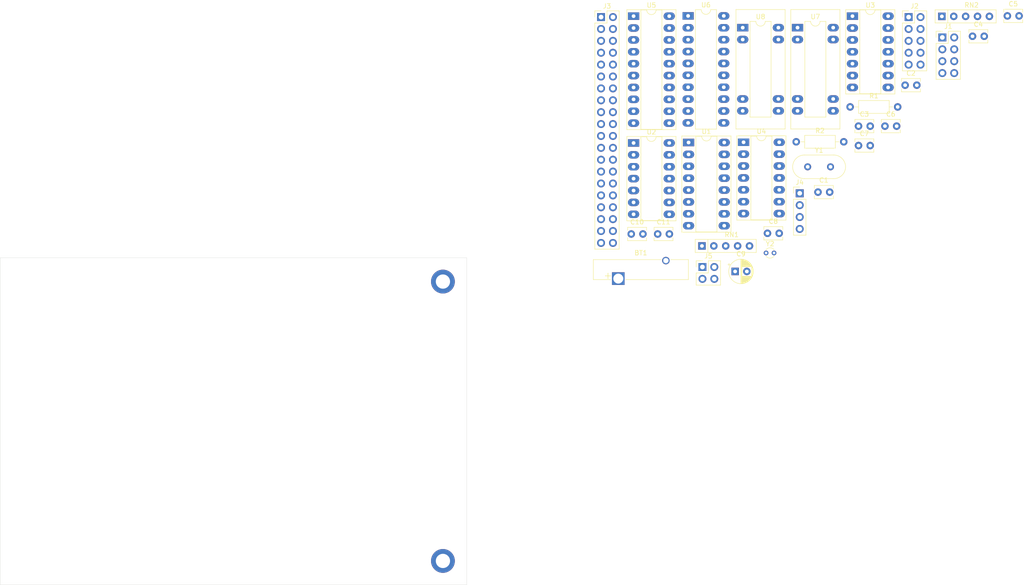
<source format=kicad_pcb>
(kicad_pcb (version 20211014) (generator pcbnew)
  (layers (0 "F.Cu" signal) (31 "B.Cu" signal) (34 "B.Paste" user) (35 "F.Paste" user) (36 "B.SilkS" user "B.Silkscreen") (37 "F.SilkS" user "F.Silkscreen") (38 "B.Mask" user) (39 "F.Mask" user) (44 "Edge.Cuts" user))
  (net 0 "")
  (net 1 "+BATT")
  (net 2 "GND")
  (net 3 "+5V")
  (net 4 "Net-(C10-Pad1)")
  (net 5 "Net-(C11-Pad1)")
  (net 6 "Net-(J1-Pad2)")
  (net 7 "Net-(J1-Pad4)")
  (net 8 "Net-(J1-Pad6)")
  (net 9 "Net-(J1-Pad8)")
  (net 10 "+12V")
  (net 11 "/v1")
  (net 12 "/a01")
  (net 13 "/a00")
  (net 14 "/a03")
  (net 15 "/a02")
  (net 16 "/a05")
  (net 17 "/a04")
  (net 18 "/a07")
  (net 19 "/a06")
  (net 20 "/a09")
  (net 21 "/a08")
  (net 22 "/a11")
  (net 23 "/a10")
  (net 24 "/a13")
  (net 25 "/a12")
  (net 26 "/a15")
  (net 27 "/a14")
  (net 28 "/d01")
  (net 29 "/d00")
  (net 30 "/d03")
  (net 31 "/d02")
  (net 32 "/d05")
  (net 33 "/d04")
  (net 34 "/d07")
  (net 35 "/d06")
  (net 36 "/wr")
  (net 37 "/mreq")
  (net 38 "/rd")
  (net 39 "/iorq")
  (net 40 "/busack")
  (net 41 "/busrq")
  (net 42 "/halt")
  (net 43 "/wait")
  (net 44 "/int")
  (net 45 "/nmi")
  (net 46 "/s1")
  (net 47 "/s0")
  (net 48 "/m1")
  (net 49 "/s2")
  (net 50 "/clk")
  (net 51 "/reset")
  (net 52 "/SDA")
  (net 53 "/SCL")
  (net 54 "/B00")
  (net 55 "/B01")
  (net 56 "Net-(RN2-Pad4)")
  (net 58 "Net-(U1-Pad3)")
  (net 60 "/card_sel")
  (net 62 "Net-(U2-Pad1)")
  (net 64 "Net-(U3-Pad2)")
  (net 65 "Net-(U3-Pad6)")
  (net 66 "/B07")
  (net 67 "/B06")
  (net 68 "/B05")
  (net 69 "/B04")
  (net 70 "/B03")
  (net 71 "/B02")
  (net 73 "Net-(U7-Pad1)")
  (net 74 "Net-(U7-Pad2)")
  (footprint "Resistor_THT:R_Axial_DIN0207_L6.3mm_D2.5mm_P10.16mm_Horizontal" (layer "F.Cu") (at 210.105 64.75)
    (fp_text reference "R2" (at 5.08 -2.37) (layer "F.SilkS"))
    (fp_text value "6k8")
    (pad "1" thru_hole circle (at 0 0) (size 1.6 1.6) (drill 0.8) (layers *.Cu *.Mask) (net 52 "/SDA"))
    (pad "2" thru_hole oval (at 10.16 0) (size 1.6 1.6) (drill 0.8) (layers *.Cu *.Mask) (net 3 "+5V"))
  )
  (footprint "Capacitor_THT:C_Disc_D3.8mm_W2.6mm_P2.50mm" (layer "F.Cu") (at 203.965 84.3)
    (fp_text reference "C8" (at 1.25 -2.55) (layer "F.SilkS"))
    (fp_text value "10nF")
    (pad "1" thru_hole circle (at 0 0) (size 1.6 1.6) (drill 0.8) (layers *.Cu *.Mask) (net 3 "+5V"))
    (pad "2" thru_hole circle (at 2.5 0) (size 1.6 1.6) (drill 0.8) (layers *.Cu *.Mask) (net 2 "GND"))
  )
  (footprint "Capacitor_THT:C_Disc_D3.8mm_W2.6mm_P2.50mm" (layer "F.Cu") (at 255.225 37.85)
    (fp_text reference "C5" (at 1.25 -2.55) (layer "F.SilkS"))
    (fp_text value "10nF")
    (pad "1" thru_hole circle (at 0 0) (size 1.6 1.6) (drill 0.8) (layers *.Cu *.Mask) (net 3 "+5V"))
    (pad "2" thru_hole circle (at 2.5 0) (size 1.6 1.6) (drill 0.8) (layers *.Cu *.Mask) (net 2 "GND"))
  )
  (footprint "Capacitor_THT:C_Disc_D3.8mm_W2.6mm_P2.50mm" (layer "F.Cu") (at 247.775 42.2)
    (fp_text reference "C4" (at 1.25 -2.55) (layer "F.SilkS"))
    (fp_text value "10nF")
    (pad "1" thru_hole circle (at 0 0) (size 1.6 1.6) (drill 0.8) (layers *.Cu *.Mask) (net 3 "+5V"))
    (pad "2" thru_hole circle (at 2.5 0) (size 1.6 1.6) (drill 0.8) (layers *.Cu *.Mask) (net 2 "GND"))
  )
  (footprint "Package_DIP:DIP-20_W7.62mm_Socket_LongPads" (layer "F.Cu") (at 175.355 37.9)
    (fp_text reference "U5" (at 3.81 -2.33) (layer "F.SilkS"))
    (fp_text value "74LS245")
    (pad "1" thru_hole rect (at 0 0) (size 2.4 1.6) (drill 0.8) (layers *.Cu *.Mask) (net 38 "/rd"))
    (pad "2" thru_hole oval (at 0 2.54) (size 2.4 1.6) (drill 0.8) (layers *.Cu *.Mask) (net 29 "/d00"))
    (pad "3" thru_hole oval (at 0 5.08) (size 2.4 1.6) (drill 0.8) (layers *.Cu *.Mask) (net 28 "/d01"))
    (pad "4" thru_hole oval (at 0 7.62) (size 2.4 1.6) (drill 0.8) (layers *.Cu *.Mask) (net 31 "/d02"))
    (pad "5" thru_hole oval (at 0 10.16) (size 2.4 1.6) (drill 0.8) (layers *.Cu *.Mask) (net 30 "/d03"))
    (pad "6" thru_hole oval (at 0 12.7) (size 2.4 1.6) (drill 0.8) (layers *.Cu *.Mask) (net 33 "/d04"))
    (pad "7" thru_hole oval (at 0 15.24) (size 2.4 1.6) (drill 0.8) (layers *.Cu *.Mask) (net 32 "/d05"))
    (pad "8" thru_hole oval (at 0 17.78) (size 2.4 1.6) (drill 0.8) (layers *.Cu *.Mask) (net 35 "/d06"))
    (pad "9" thru_hole oval (at 0 20.32) (size 2.4 1.6) (drill 0.8) (layers *.Cu *.Mask) (net 34 "/d07"))
    (pad "10" thru_hole oval (at 0 22.86) (size 2.4 1.6) (drill 0.8) (layers *.Cu *.Mask) (net 2 "GND"))
    (pad "11" thru_hole oval (at 7.62 22.86) (size 2.4 1.6) (drill 0.8) (layers *.Cu *.Mask) (net 66 "/B07"))
    (pad "12" thru_hole oval (at 7.62 20.32) (size 2.4 1.6) (drill 0.8) (layers *.Cu *.Mask) (net 67 "/B06"))
    (pad "13" thru_hole oval (at 7.62 17.78) (size 2.4 1.6) (drill 0.8) (layers *.Cu *.Mask) (net 68 "/B05"))
    (pad "14" thru_hole oval (at 7.62 15.24) (size 2.4 1.6) (drill 0.8) (layers *.Cu *.Mask) (net 69 "/B04"))
    (pad "15" thru_hole oval (at 7.62 12.7) (size 2.4 1.6) (drill 0.8) (layers *.Cu *.Mask) (net 70 "/B03"))
    (pad "16" thru_hole oval (at 7.62 10.16) (size 2.4 1.6) (drill 0.8) (layers *.Cu *.Mask) (net 71 "/B02"))
    (pad "17" thru_hole oval (at 7.62 7.62) (size 2.4 1.6) (drill 0.8) (layers *.Cu *.Mask) (net 55 "/B01"))
    (pad "18" thru_hole oval (at 7.62 5.08) (size 2.4 1.6) (drill 0.8) (layers *.Cu *.Mask) (net 54 "/B00"))
    (pad "19" thru_hole oval (at 7.62 2.54) (size 2.4 1.6) (drill 0.8) (layers *.Cu *.Mask) (net 65 "Net-(U3-Pad6)"))
    (pad "20" thru_hole oval (at 7.62 0) (size 2.4 1.6) (drill 0.8) (layers *.Cu *.Mask) (net 3 "+5V"))
  )
  (footprint "Package_DIP:DIP-14_W7.62mm_Socket_LongPads" (layer "F.Cu") (at 222.125 37.9)
    (fp_text reference "U3" (at 3.81 -2.33) (layer "F.SilkS"))
    (fp_text value "74LS04")
    (pad "1" thru_hole rect (at 0 0) (size 2.4 1.6) (drill 0.8) (layers *.Cu *.Mask) (net 51 "/reset"))
    (pad "2" thru_hole oval (at 0 2.54) (size 2.4 1.6) (drill 0.8) (layers *.Cu *.Mask) (net 64 "Net-(U3-Pad2)"))
    (pad "3" thru_hole oval (at 0 5.08) (size 2.4 1.6) (drill 0.8) (layers *.Cu *.Mask) (net 39 "/iorq"))
    (pad "4" thru_hole oval (at 0 7.62) (size 2.4 1.6) (drill 0.8) (layers *.Cu *.Mask) (net 58 "Net-(U1-Pad3)"))
    (pad "5" thru_hole oval (at 0 10.16) (size 2.4 1.6) (drill 0.8) (layers *.Cu *.Mask) (net 60 "/card_sel"))
    (pad "6" thru_hole oval (at 0 12.7) (size 2.4 1.6) (drill 0.8) (layers *.Cu *.Mask) (net 65 "Net-(U3-Pad6)"))
    (pad "7" thru_hole oval (at 0 15.24) (size 2.4 1.6) (drill 0.8) (layers *.Cu *.Mask) (net 2 "GND"))
    (pad "8" thru_hole oval (at 7.62 15.24) (size 2.4 1.6) (drill 0.8) (layers *.Cu *.Mask))
    (pad "9" thru_hole oval (at 7.62 12.7) (size 2.4 1.6) (drill 0.8) (layers *.Cu *.Mask))
    (pad "10" thru_hole oval (at 7.62 10.16) (size 2.4 1.6) (drill 0.8) (layers *.Cu *.Mask))
    (pad "11" thru_hole oval (at 7.62 7.62) (size 2.4 1.6) (drill 0.8) (layers *.Cu *.Mask))
    (pad "12" thru_hole oval (at 7.62 5.08) (size 2.4 1.6) (drill 0.8) (layers *.Cu *.Mask))
    (pad "13" thru_hole oval (at 7.62 2.54) (size 2.4 1.6) (drill 0.8) (layers *.Cu *.Mask))
    (pad "14" thru_hole oval (at 7.62 0) (size 2.4 1.6) (drill 0.8) (layers *.Cu *.Mask) (net 3 "+5V"))
  )
  (footprint "Capacitor_THT:C_Disc_D3.8mm_W2.6mm_P2.50mm" (layer "F.Cu") (at 180.505 84.45)
    (fp_text reference "C11" (at 1.25 -2.55) (layer "F.SilkS"))
    (fp_text value "33pF")
    (pad "1" thru_hole circle (at 0 0) (size 1.6 1.6) (drill 0.8) (layers *.Cu *.Mask) (net 5 "Net-(C11-Pad1)"))
    (pad "2" thru_hole circle (at 2.5 0) (size 1.6 1.6) (drill 0.8) (layers *.Cu *.Mask) (net 2 "GND"))
  )
  (footprint "Package_DIP:DIP-14_W7.62mm_Socket_LongPads" (layer "F.Cu") (at 175.355 65)
    (fp_text reference "U2" (at 3.81 -2.33) (layer "F.SilkS"))
    (fp_text value "74LS74")
    (pad "1" thru_hole rect (at 0 0) (size 2.4 1.6) (drill 0.8) (layers *.Cu *.Mask) (net 62 "Net-(U2-Pad1)"))
    (pad "2" thru_hole oval (at 0 2.54) (size 2.4 1.6) (drill 0.8) (layers *.Cu *.Mask) (net 3 "+5V"))
    (pad "3" thru_hole oval (at 0 5.08) (size 2.4 1.6) (drill 0.8) (layers *.Cu *.Mask) (net 60 "/card_sel"))
    (pad "4" thru_hole oval (at 0 7.62) (size 2.4 1.6) (drill 0.8) (layers *.Cu *.Mask) (net 3 "+5V"))
    (pad "5" thru_hole oval (at 0 10.16) (size 2.4 1.6) (drill 0.8) (layers *.Cu *.Mask))
    (pad "6" thru_hole oval (at 0 12.7) (size 2.4 1.6) (drill 0.8) (layers *.Cu *.Mask) (net 43 "/wait"))
    (pad "7" thru_hole oval (at 0 15.24) (size 2.4 1.6) (drill 0.8) (layers *.Cu *.Mask) (net 2 "GND"))
    (pad "8" thru_hole oval (at 7.62 15.24) (size 2.4 1.6) (drill 0.8) (layers *.Cu *.Mask))
    (pad "9" thru_hole oval (at 7.62 12.7) (size 2.4 1.6) (drill 0.8) (layers *.Cu *.Mask))
    (pad "10" thru_hole oval (at 7.62 10.16) (size 2.4 1.6) (drill 0.8) (layers *.Cu *.Mask))
    (pad "11" thru_hole oval (at 7.62 7.62) (size 2.4 1.6) (drill 0.8) (layers *.Cu *.Mask))
    (pad "12" thru_hole oval (at 7.62 5.08) (size 2.4 1.6) (drill 0.8) (layers *.Cu *.Mask))
    (pad "13" thru_hole oval (at 7.62 2.54) (size 2.4 1.6) (drill 0.8) (layers *.Cu *.Mask))
    (pad "14" thru_hole oval (at 7.62 0) (size 2.4 1.6) (drill 0.8) (layers *.Cu *.Mask) (net 3 "+5V"))
  )
  (footprint "Crystal:Crystal_HC49-U_Vertical" (layer "F.Cu") (at 212.555 70.1)
    (fp_text reference "Y1" (at 2.44 -3.525) (layer "F.SilkS"))
    (fp_text value "24MHz")
    (pad "1" thru_hole circle (at 0 0) (size 1.5 1.5) (drill 0.8) (layers *.Cu *.Mask) (net 5 "Net-(C11-Pad1)"))
    (pad "2" thru_hole circle (at 4.88 0) (size 1.5 1.5) (drill 0.8) (layers *.Cu *.Mask) (net 4 "Net-(C10-Pad1)"))
  )
  (footprint "Package_DIP:DIP-14_W7.62mm_Socket_LongPads" (layer "F.Cu") (at 198.855 64.85)
    (fp_text reference "U4" (at 3.81 -2.33) (layer "F.SilkS"))
    (fp_text value "74LS08")
    (pad "1" thru_hole rect (at 0 0) (size 2.4 1.6) (drill 0.8) (layers *.Cu *.Mask) (net 51 "/reset"))
    (pad "2" thru_hole oval (at 0 2.54) (size 2.4 1.6) (drill 0.8) (layers *.Cu *.Mask) (net 56 "Net-(RN2-Pad4)"))
    (pad "3" thru_hole oval (at 0 5.08) (size 2.4 1.6) (drill 0.8) (layers *.Cu *.Mask) (net 62 "Net-(U2-Pad1)"))
    (pad "4" thru_hole oval (at 0 7.62) (size 2.4 1.6) (drill 0.8) (layers *.Cu *.Mask))
    (pad "5" thru_hole oval (at 0 10.16) (size 2.4 1.6) (drill 0.8) (layers *.Cu *.Mask))
    (pad "6" thru_hole oval (at 0 12.7) (size 2.4 1.6) (drill 0.8) (layers *.Cu *.Mask))
    (pad "7" thru_hole oval (at 0 15.24) (size 2.4 1.6) (drill 0.8) (layers *.Cu *.Mask) (net 2 "GND"))
    (pad "8" thru_hole oval (at 7.62 15.24) (size 2.4 1.6) (drill 0.8) (layers *.Cu *.Mask))
    (pad "9" thru_hole oval (at 7.62 12.7) (size 2.4 1.6) (drill 0.8) (layers *.Cu *.Mask))
    (pad "10" thru_hole oval (at 7.62 10.16) (size 2.4 1.6) (drill 0.8) (layers *.Cu *.Mask))
    (pad "11" thru_hole oval (at 7.62 7.62) (size 2.4 1.6) (drill 0.8) (layers *.Cu *.Mask))
    (pad "12" thru_hole oval (at 7.62 5.08) (size 2.4 1.6) (drill 0.8) (layers *.Cu *.Mask))
    (pad "13" thru_hole oval (at 7.62 2.54) (size 2.4 1.6) (drill 0.8) (layers *.Cu *.Mask))
    (pad "14" thru_hole oval (at 7.62 0) (size 2.4 1.6) (drill 0.8) (layers *.Cu *.Mask) (net 3 "+5V"))
  )
  (footprint "Resistor_THT:R_Axial_DIN0207_L6.3mm_D2.5mm_P10.16mm_Horizontal" (layer "F.Cu") (at 221.625 57.3)
    (fp_text reference "R1" (at 5.08 -2.37) (layer "F.SilkS"))
    (fp_text value "6k8")
    (pad "1" thru_hole circle (at 0 0) (size 1.6 1.6) (drill 0.8) (layers *.Cu *.Mask) (net 53 "/SCL"))
    (pad "2" thru_hole oval (at 10.16 0) (size 1.6 1.6) (drill 0.8) (layers *.Cu *.Mask) (net 3 "+5V"))
  )
  (footprint "Resistor_THT:R_Array_SIP5" (layer "F.Cu") (at 241.225 37.95)
    (fp_text reference "RN2" (at 6.35 -2.4) (layer "F.SilkS"))
    (fp_text value "4x10k")
    (pad "1" thru_hole rect (at 0 0) (size 1.6 1.6) (drill 0.8) (layers *.Cu *.Mask) (net 3 "+5V"))
    (pad "2" thru_hole oval (at 2.54 0) (size 1.6 1.6) (drill 0.8) (layers *.Cu *.Mask) (net 54 "/B00"))
    (pad "3" thru_hole oval (at 5.08 0) (size 1.6 1.6) (drill 0.8) (layers *.Cu *.Mask) (net 55 "/B01"))
    (pad "4" thru_hole oval (at 7.62 0) (size 1.6 1.6) (drill 0.8) (layers *.Cu *.Mask) (net 56 "Net-(RN2-Pad4)"))
    (pad "5" thru_hole oval (at 10.16 0) (size 1.6 1.6) (drill 0.8) (layers *.Cu *.Mask))
  )
  (footprint "Package_DIP:DIP-8-16_W7.62mm_Socket_LongPads" (layer "F.Cu") (at 210.385 40.36)
    (fp_text reference "U7" (at 3.81 -2.33) (layer "F.SilkS"))
    (fp_text value "DS1307+")
    (pad "1" thru_hole rect (at 0 0) (size 2.4 1.6) (drill 0.8) (layers *.Cu *.Mask) (net 73 "Net-(U7-Pad1)"))
    (pad "2" thru_hole oval (at 0 2.54) (size 2.4 1.6) (drill 0.8) (layers *.Cu *.Mask) (net 74 "Net-(U7-Pad2)"))
    (pad "3" thru_hole oval (at 0 15.24) (size 2.4 1.6) (drill 0.8) (layers *.Cu *.Mask) (net 1 "+BATT"))
    (pad "4" thru_hole oval (at 0 17.78) (size 2.4 1.6) (drill 0.8) (layers *.Cu *.Mask) (net 2 "GND"))
    (pad "5" thru_hole oval (at 7.62 17.78) (size 2.4 1.6) (drill 0.8) (layers *.Cu *.Mask) (net 52 "/SDA"))
    (pad "6" thru_hole oval (at 7.62 15.24) (size 2.4 1.6) (drill 0.8) (layers *.Cu *.Mask) (net 53 "/SCL"))
    (pad "7" thru_hole oval (at 7.62 2.54) (size 2.4 1.6) (drill 0.8) (layers *.Cu *.Mask))
    (pad "8" thru_hole oval (at 7.62 0) (size 2.4 1.6) (drill 0.8) (layers *.Cu *.Mask) (net 3 "+5V"))
  )
  (footprint "Connector_PinHeader_2.54mm:PinHeader_1x04_P2.54mm_Vertical" (layer "F.Cu") (at 210.855 75.75)
    (fp_text reference "J4" (at 0 -2.33) (layer "F.SilkS"))
    (fp_text value "I2C int")
    (pad "1" thru_hole rect (at 0 0) (size 1.7 1.7) (drill 1) (layers *.Cu *.Mask) (net 52 "/SDA"))
    (pad "2" thru_hole oval (at 0 2.54) (size 1.7 1.7) (drill 1) (layers *.Cu *.Mask) (net 3 "+5V"))
    (pad "3" thru_hole oval (at 0 5.08) (size 1.7 1.7) (drill 1) (layers *.Cu *.Mask) (net 53 "/SCL"))
    (pad "4" thru_hole oval (at 0 7.62) (size 1.7 1.7) (drill 1) (layers *.Cu *.Mask) (net 2 "GND"))
  )
  (footprint "Connector_PinHeader_2.54mm:PinHeader_2x04_P2.54mm_Vertical" (layer "F.Cu") (at 241.325 42.45)
    (fp_text reference "J1" (at 1.27 -2.33) (layer "F.SilkS"))
    (fp_text value "card addr")
    (pad "1" thru_hole rect (at 0 0) (size 1.7 1.7) (drill 1) (layers *.Cu *.Mask) (net 2 "GND"))
    (pad "2" thru_hole oval (at 2.54 0) (size 1.7 1.7) (drill 1) (layers *.Cu *.Mask) (net 6 "Net-(J1-Pad2)"))
    (pad "3" thru_hole oval (at 0 2.54) (size 1.7 1.7) (drill 1) (layers *.Cu *.Mask) (net 2 "GND"))
    (pad "4" thru_hole oval (at 2.54 2.54) (size 1.7 1.7) (drill 1) (layers *.Cu *.Mask) (net 7 "Net-(J1-Pad4)"))
    (pad "5" thru_hole oval (at 0 5.08) (size 1.7 1.7) (drill 1) (layers *.Cu *.Mask) (net 2 "GND"))
    (pad "6" thru_hole oval (at 2.54 5.08) (size 1.7 1.7) (drill 1) (layers *.Cu *.Mask) (net 8 "Net-(J1-Pad6)"))
    (pad "7" thru_hole oval (at 0 7.62) (size 1.7 1.7) (drill 1) (layers *.Cu *.Mask) (net 2 "GND"))
    (pad "8" thru_hole oval (at 2.54 7.62) (size 1.7 1.7) (drill 1) (layers *.Cu *.Mask) (net 9 "Net-(J1-Pad8)"))
  )
  (footprint "Capacitor_THT:C_Disc_D3.8mm_W2.6mm_P2.50mm" (layer "F.Cu") (at 223.415 61.4)
    (fp_text reference "C3" (at 1.25 -2.55) (layer "F.SilkS"))
    (fp_text value "10nF")
    (pad "1" thru_hole circle (at 0 0) (size 1.6 1.6) (drill 0.8) (layers *.Cu *.Mask) (net 3 "+5V"))
    (pad "2" thru_hole circle (at 2.5 0) (size 1.6 1.6) (drill 0.8) (layers *.Cu *.Mask) (net 2 "GND"))
  )
  (footprint "Capacitor_THT:C_Disc_D3.8mm_W2.6mm_P2.50mm" (layer "F.Cu") (at 214.755 75.5)
    (fp_text reference "C1" (at 1.25 -2.55) (layer "F.SilkS"))
    (fp_text value "10nF")
    (pad "1" thru_hole circle (at 0 0) (size 1.6 1.6) (drill 0.8) (layers *.Cu *.Mask) (net 3 "+5V"))
    (pad "2" thru_hole circle (at 2.5 0) (size 1.6 1.6) (drill 0.8) (layers *.Cu *.Mask) (net 2 "GND"))
  )
  (footprint "Resistor_THT:R_Array_SIP5" (layer "F.Cu") (at 189.965 87)
    (fp_text reference "RN1" (at 6.35 -2.4) (layer "F.SilkS"))
    (fp_text value "4x10k")
    (pad "1" thru_hole rect (at 0 0) (size 1.6 1.6) (drill 0.8) (layers *.Cu *.Mask) (net 3 "+5V"))
    (pad "2" thru_hole oval (at 2.54 0) (size 1.6 1.6) (drill 0.8) (layers *.Cu *.Mask) (net 6 "Net-(J1-Pad2)"))
    (pad "3" thru_hole oval (at 5.08 0) (size 1.6 1.6) (drill 0.8) (layers *.Cu *.Mask) (net 7 "Net-(J1-Pad4)"))
    (pad "4" thru_hole oval (at 7.62 0) (size 1.6 1.6) (drill 0.8) (layers *.Cu *.Mask) (net 8 "Net-(J1-Pad6)"))
    (pad "5" thru_hole oval (at 10.16 0) (size 1.6 1.6) (drill 0.8) (layers *.Cu *.Mask) (net 9 "Net-(J1-Pad8)"))
  )
  (footprint "Capacitor_THT:CP_Radial_D5.0mm_P2.50mm" (layer "F.Cu") (at 197.054775 92.45)
    (fp_text reference "C9" (at 1.25 -3.75) (layer "F.SilkS"))
    (fp_text value "10uF")
    (pad "1" thru_hole rect (at 0 0) (size 1.6 1.6) (drill 0.8) (layers *.Cu *.Mask) (net 3 "+5V"))
    (pad "2" thru_hole circle (at 2.5 0) (size 1.6 1.6) (drill 0.8) (layers *.Cu *.Mask) (net 2 "GND"))
  )
  (footprint "Capacitor_THT:C_Disc_D3.8mm_W2.6mm_P2.50mm" (layer "F.Cu") (at 223.415 65.55)
    (fp_text reference "C7" (at 1.25 -2.55) (layer "F.SilkS"))
    (fp_text value "10nF")
    (pad "1" thru_hole circle (at 0 0) (size 1.6 1.6) (drill 0.8) (layers *.Cu *.Mask) (net 3 "+5V"))
    (pad "2" thru_hole circle (at 2.5 0) (size 1.6 1.6) (drill 0.8) (layers *.Cu *.Mask) (net 2 "GND"))
  )
  (footprint "Connector_PinHeader_2.54mm:PinHeader_2x05_P2.54mm_Vertical" (layer "F.Cu") (at 234.125 38.1)
    (fp_text reference "J2" (at 1.27 -2.33) (layer "F.SilkS"))
    (fp_text value "Power Bus")
    (pad "1" thru_hole rect (at 0 0) (size 1.7 1.7) (drill 1) (layers *.Cu *.Mask) (net 2 "GND"))
    (pad "2" thru_hole oval (at 2.54 0) (size 1.7 1.7) (drill 1) (layers *.Cu *.Mask) (net 2 "GND"))
    (pad "3" thru_hole oval (at 0 2.54) (size 1.7 1.7) (drill 1) (layers *.Cu *.Mask) (net 3 "+5V"))
    (pad "4" thru_hole oval (at 2.54 2.54) (size 1.7 1.7) (drill 1) (layers *.Cu *.Mask) (net 3 "+5V"))
    (pad "5" thru_hole oval (at 0 5.08) (size 1.7 1.7) (drill 1) (layers *.Cu *.Mask) (net 10 "+12V"))
    (pad "6" thru_hole oval (at 2.54 5.08) (size 1.7 1.7) (drill 1) (layers *.Cu *.Mask) (net 10 "+12V"))
    (pad "7" thru_hole oval (at 0 7.62) (size 1.7 1.7) (drill 1) (layers *.Cu *.Mask) (net 11 "/v1"))
    (pad "8" thru_hole oval (at 2.54 7.62) (size 1.7 1.7) (drill 1) (layers *.Cu *.Mask) (net 11 "/v1"))
    (pad "9" thru_hole oval (at 0 10.16) (size 1.7 1.7) (drill 1) (layers *.Cu *.Mask) (net 2 "GND"))
    (pad "10" thru_hole oval (at 2.54 10.16) (size 1.7 1.7) (drill 1) (layers *.Cu *.Mask) (net 2 "GND"))
  )
  (footprint "Capacitor_THT:C_Disc_D3.8mm_W2.6mm_P2.50mm" (layer "F.Cu") (at 233.375 52.65)
    (fp_text reference "C2" (at 1.25 -2.55) (layer "F.SilkS"))
    (fp_text value "10nF")
    (pad "1" thru_hole circle (at 0 0) (size 1.6 1.6) (drill 0.8) (layers *.Cu *.Mask) (net 3 "+5V"))
    (pad "2" thru_hole circle (at 2.5 0) (size 1.6 1.6) (drill 0.8) (layers *.Cu *.Mask) (net 2 "GND"))
  )
  (footprint "Crystal:Crystal_Round_D1.5mm_Vertical" (layer "F.Cu") (at 203.665 88.5)
    (fp_text reference "Y2" (at 0.85 -1.95) (layer "F.SilkS"))
    (fp_text value "32.768kHz")
    (pad "1" thru_hole circle (at 0 0) (size 1 1) (drill 0.5) (layers *.Cu *.Mask) (net 74 "Net-(U7-Pad2)"))
    (pad "2" thru_hole circle (at 1.7 0) (size 1 1) (drill 0.5) (layers *.Cu *.Mask) (net 73 "Net-(U7-Pad1)"))
  )
  (footprint "Connector_PinHeader_2.54mm:PinHeader_2x20_P2.54mm_Vertical" (layer "F.Cu") (at 168.405 38.1)
    (fp_text reference "J3" (at 1.27 -2.33) (layer "F.SilkS"))
    (fp_text value "Signal Bus")
    (pad "1" thru_hole rect (at 0 0) (size 1.7 1.7) (drill 1) (layers *.Cu *.Mask) (net 12 "/a01"))
    (pad "2" thru_hole oval (at 2.54 0) (size 1.7 1.7) (drill 1) (layers *.Cu *.Mask) (net 13 "/a00"))
    (pad "3" thru_hole oval (at 0 2.54) (size 1.7 1.7) (drill 1) (layers *.Cu *.Mask) (net 14 "/a03"))
    (pad "4" thru_hole oval (at 2.54 2.54) (size 1.7 1.7) (drill 1) (layers *.Cu *.Mask) (net 15 "/a02"))
    (pad "5" thru_hole oval (at 0 5.08) (size 1.7 1.7) (drill 1) (layers *.Cu *.Mask) (net 16 "/a05"))
    (pad "6" thru_hole oval (at 2.54 5.08) (size 1.7 1.7) (drill 1) (layers *.Cu *.Mask) (net 17 "/a04"))
    (pad "7" thru_hole oval (at 0 7.62) (size 1.7 1.7) (drill 1) (layers *.Cu *.Mask) (net 18 "/a07"))
    (pad "8" thru_hole oval (at 2.54 7.62) (size 1.7 1.7) (drill 1) (layers *.Cu *.Mask) (net 19 "/a06"))
    (pad "9" thru_hole oval (at 0 10.16) (size 1.7 1.7) (drill 1) (layers *.Cu *.Mask) (net 20 "/a09"))
    (pad "10" thru_hole oval (at 2.54 10.16) (size 1.7 1.7) (drill 1) (layers *.Cu *.Mask) (net 21 "/a08"))
    (pad "11" thru_hole oval (at 0 12.7) (size 1.7 1.7) (drill 1) (layers *.Cu *.Mask) (net 22 "/a11"))
    (pad "12" thru_hole oval (at 2.54 12.7) (size 1.7 1.7) (drill 1) (layers *.Cu *.Mask) (net 23 "/a10"))
    (pad "13" thru_hole oval (at 0 15.24) (size 1.7 1.7) (drill 1) (layers *.Cu *.Mask) (net 24 "/a13"))
    (pad "14" thru_hole oval (at 2.54 15.24) (size 1.7 1.7) (drill 1) (layers *.Cu *.Mask) (net 25 "/a12"))
    (pad "15" thru_hole oval (at 0 17.78) (size 1.7 1.7) (drill 1) (layers *.Cu *.Mask) (net 26 "/a15"))
    (pad "16" thru_hole oval (at 2.54 17.78) (size 1.7 1.7) (drill 1) (layers *.Cu *.Mask) (net 27 "/a14"))
    (pad "17" thru_hole oval (at 0 20.32) (size 1.7 1.7) (drill 1) (layers *.Cu *.Mask) (net 28 "/d01"))
    (pad "18" thru_hole oval (at 2.54 20.32) (size 1.7 1.7) (drill 1) (layers *.Cu *.Mask) (net 29 "/d00"))
    (pad "19" thru_hole oval (at 0 22.86) (size 1.7 1.7) (drill 1) (layers *.Cu *.Mask) (net 30 "/d03"))
    (pad "20" thru_hole oval (at 2.54 22.86) (size 1.7 1.7) (drill 1) (layers *.Cu *.Mask) (net 31 "/d02"))
    (pad "21" thru_hole oval (at 0 25.4) (size 1.7 1.7) (drill 1) (layers *.Cu *.Mask) (net 32 "/d05"))
    (pad "22" thru_hole oval (at 2.54 25.4) (size 1.7 1.7) (drill 1) (layers *.Cu *.Mask) (net 33 "/d04"))
    (pad "23" thru_hole oval (at 0 27.94) (size 1.7 1.7) (drill 1) (layers *.Cu *.Mask) (net 34 "/d07"))
    (pad "24" thru_hole oval (at 2.54 27.94) (size 1.7 1.7) (drill 1) (layers *.Cu *.Mask) (net 35 "/d06"))
    (pad "25" thru_hole oval (at 0 30.48) (size 1.7 1.7) (drill 1) (layers *.Cu *.Mask) (net 36 "/wr"))
    (pad "26" thru_hole oval (at 2.54 30.48) (size 1.7 1.7) (drill 1) (layers *.Cu *.Mask) (net 37 "/mreq"))
    (pad "27" thru_hole oval (at 0 33.02) (size 1.7 1.7) (drill 1) (layers *.Cu *.Mask) (net 38 "/rd"))
    (pad "28" thru_hole oval (at 2.54 33.02) (size 1.7 1.7) (drill 1) (layers *.Cu *.Mask) (net 39 "/iorq"))
    (pad "29" thru_hole oval (at 0 35.56) (size 1.7 1.7) (drill 1) (layers *.Cu *.Mask) (net 40 "/busack"))
    (pad "30" thru_hole oval (at 2.54 35.56) (size 1.7 1.7) (drill 1) (layers *.Cu *.Mask) (net 41 "/busrq"))
    (pad "31" thru_hole oval (at 0 38.1) (size 1.7 1.7) (drill 1) (layers *.Cu *.Mask) (net 42 "/halt"))
    (pad "32" thru_hole oval (at 2.54 38.1) (size 1.7 1.7) (drill 1) (layers *.Cu *.Mask) (net 43 "/wait"))
    (pad "33" thru_hole oval (at 0 40.64) (size 1.7 1.7) (drill 1) (layers *.Cu *.Mask) (net 44 "/int"))
    (pad "34" thru_hole oval (at 2.54 40.64) (size 1.7 1.7) (drill 1) (layers *.Cu *.Mask) (net 45 "/nmi"))
    (pad "35" thru_hole oval (at 0 43.18) (size 1.7 1.7) (drill 1) (layers *.Cu *.Mask) (net 46 "/s1"))
    (pad "36" thru_hole oval (at 2.54 43.18) (size 1.7 1.7) (drill 1) (layers *.Cu *.Mask) (net 47 "/s0"))
    (pad "37" thru_hole oval (at 0 45.72) (size 1.7 1.7) (drill 1) (layers *.Cu *.Mask) (net 48 "/m1"))
    (pad "38" thru_hole oval (at 2.54 45.72) (size 1.7 1.7) (drill 1) (layers *.Cu *.Mask) (net 49 "/s2"))
    (pad "39" thru_hole oval (at 0 48.26) (size 1.7 1.7) (drill 1) (layers *.Cu *.Mask) (net 50 "/clk"))
    (pad "40" thru_hole oval (at 2.54 48.26) (size 1.7 1.7) (drill 1) (layers *.Cu *.Mask) (net 51 "/reset"))
  )
  (footprint "Package_DIP:DIP-16_W7.62mm_Socket_LongPads" (layer "F.Cu") (at 187.105 64.9)
    (fp_text reference "U1" (at 3.81 -2.33) (layer "F.SilkS"))
    (fp_text value "74LS85")
    (pad "1" thru_hole rect (at 0 0) (size 2.4 1.6) (drill 0.8) (layers *.Cu *.Mask) (net 6 "Net-(J1-Pad2)"))
    (pad "2" thru_hole oval (at 0 2.54) (size 2.4 1.6) (drill 0.8) (layers *.Cu *.Mask) (net 2 "GND"))
    (pad "3" thru_hole oval (at 0 5.08) (size 2.4 1.6) (drill 0.8) (layers *.Cu *.Mask) (net 58 "Net-(U1-Pad3)"))
    (pad "4" thru_hole oval (at 0 7.62) (size 2.4 1.6) (drill 0.8) (layers *.Cu *.Mask) (net 2 "GND"))
    (pad "5" thru_hole oval (at 0 10.16) (size 2.4 1.6) (drill 0.8) (layers *.Cu *.Mask))
    (pad "6" thru_hole oval (at 0 12.7) (size 2.4 1.6) (drill 0.8) (layers *.Cu *.Mask) (net 60 "/card_sel"))
    (pad "7" thru_hole oval (at 0 15.24) (size 2.4 1.6) (drill 0.8) (layers *.Cu *.Mask))
    (pad "8" thru_hole oval (at 0 17.78) (size 2.4 1.6) (drill 0.8) (layers *.Cu *.Mask) (net 2 "GND"))
    (pad "9" thru_hole oval (at 7.62 17.78) (size 2.4 1.6) (drill 0.8) (layers *.Cu *.Mask) (net 9 "Net-(J1-Pad8)"))
    (pad "10" thru_hole oval (at 7.62 15.24) (size 2.4 1.6) (drill 0.8) (layers *.Cu *.Mask) (net 17 "/a04"))
    (pad "11" thru_hole oval (at 7.62 12.7) (size 2.4 1.6) (drill 0.8) (layers *.Cu *.Mask) (net 8 "Net-(J1-Pad6)"))
    (pad "12" thru_hole oval (at 7.62 10.16) (size 2.4 1.6) (drill 0.8) (layers *.Cu *.Mask) (net 16 "/a05"))
    (pad "13" thru_hole oval (at 7.62 7.62) (size 2.4 1.6) (drill 0.8) (layers *.Cu *.Mask) (net 19 "/a06"))
    (pad "14" thru_hole oval (at 7.62 5.08) (size 2.4 1.6) (drill 0.8) (layers *.Cu *.Mask) (net 7 "Net-(J1-Pad4)"))
    (pad "15" thru_hole oval (at 7.62 2.54) (size 2.4 1.6) (drill 0.8) (layers *.Cu *.Mask) (net 18 "/a07"))
    (pad "16" thru_hole oval (at 7.62 0) (size 2.4 1.6) (drill 0.8) (layers *.Cu *.Mask) (net 3 "+5V"))
  )
  (footprint "Package_DIP:DIP-20_W7.62mm_LongPads" (layer "F.Cu") (at 187.005 37.85)
    (fp_text reference "U6" (at 3.81 -2.33) (layer "F.SilkS"))
    (fp_text value "AT89C4051-24P")
    (pad "1" thru_hole rect (at 0 0) (size 2.4 1.6) (drill 0.8) (layers *.Cu *.Mask) (net 64 "Net-(U3-Pad2)"))
    (pad "2" thru_hole oval (at 0 2.54) (size 2.4 1.6) (drill 0.8) (layers *.Cu *.Mask) (net 56 "Net-(RN2-Pad4)"))
    (pad "3" thru_hole oval (at 0 5.08) (size 2.4 1.6) (drill 0.8) (layers *.Cu *.Mask) (net 36 "/wr"))
    (pad "4" thru_hole oval (at 0 7.62) (size 2.4 1.6) (drill 0.8) (layers *.Cu *.Mask) (net 5 "Net-(C11-Pad1)"))
    (pad "5" thru_hole oval (at 0 10.16) (size 2.4 1.6) (drill 0.8) (layers *.Cu *.Mask) (net 4 "Net-(C10-Pad1)"))
    (pad "6" thru_hole oval (at 0 12.7) (size 2.4 1.6) (drill 0.8) (layers *.Cu *.Mask) (net 65 "Net-(U3-Pad6)"))
    (pad "7" thru_hole oval (at 0 15.24) (size 2.4 1.6) (drill 0.8) (layers *.Cu *.Mask))
    (pad "8" thru_hole oval (at 0 17.78) (size 2.4 1.6) (drill 0.8) (layers *.Cu *.Mask) (net 52 "/SDA"))
    (pad "9" thru_hole oval (at 0 20.32) (size 2.4 1.6) (drill 0.8) (layers *.Cu *.Mask) (net 53 "/SCL"))
    (pad "10" thru_hole oval (at 0 22.86) (size 2.4 1.6) (drill 0.8) (layers *.Cu *.Mask) (net 2 "GND"))
    (pad "11" thru_hole oval (at 7.62 22.86) (size 2.4 1.6) (drill 0.8) (layers *.Cu *.Mask) (net 13 "/a00"))
    (pad "12" thru_hole oval (at 7.62 20.32) (size 2.4 1.6) (drill 0.8) (layers *.Cu *.Mask) (net 54 "/B00"))
    (pad "13" thru_hole oval (at 7.62 17.78) (size 2.4 1.6) (drill 0.8) (layers *.Cu *.Mask) (net 55 "/B01"))
    (pad "14" thru_hole oval (at 7.62 15.24) (size 2.4 1.6) (drill 0.8) (layers *.Cu *.Mask) (net 71 "/B02"))
    (pad "15" thru_hole oval (at 7.62 12.7) (size 2.4 1.6) (drill 0.8) (layers *.Cu *.Mask) (net 70 "/B03"))
    (pad "16" thru_hole oval (at 7.62 10.16) (size 2.4 1.6) (drill 0.8) (layers *.Cu *.Mask) (net 69 "/B04"))
    (pad "17" thru_hole oval (at 7.62 7.62) (size 2.4 1.6) (drill 0.8) (layers *.Cu *.Mask) (net 68 "/B05"))
    (pad "18" thru_hole oval (at 7.62 5.08) (size 2.4 1.6) (drill 0.8) (layers *.Cu *.Mask) (net 67 "/B06"))
    (pad "19" thru_hole oval (at 7.62 2.54) (size 2.4 1.6) (drill 0.8) (layers *.Cu *.Mask) (net 66 "/B07"))
    (pad "20" thru_hole oval (at 7.62 0) (size 2.4 1.6) (drill 0.8) (layers *.Cu *.Mask) (net 3 "+5V"))
  )
  (footprint "Connector_PinHeader_2.54mm:PinHeader_2x02_P2.54mm_Vertical" (layer "F.Cu") (at 190.065 91.5)
    (fp_text reference "J5" (at 1.27 -2.33) (layer "F.SilkS"))
    (fp_text value "I2C ext")
    (pad "1" thru_hole rect (at 0 0) (size 1.7 1.7) (drill 1) (layers *.Cu *.Mask) (net 52 "/SDA"))
    (pad "2" thru_hole oval (at 2.54 0) (size 1.7 1.7) (drill 1) (layers *.Cu *.Mask) (net 53 "/SCL"))
    (pad "3" thru_hole oval (at 0 2.54) (size 1.7 1.7) (drill 1) (layers *.Cu *.Mask) (net 3 "+5V"))
    (pad "4" thru_hole oval (at 2.54 2.54) (size 1.7 1.7) (drill 1) (layers *.Cu *.Mask) (net 2 "GND"))
  )
  (footprint "Package_DIP:DIP-8-16_W7.62mm_Socket_LongPads" (layer "F.Cu") (at 198.675 40.36)
    (fp_text reference "U8" (at 3.81 -2.33) (layer "F.SilkS"))
    (fp_text value "FM24C64B")
    (pad "1" thru_hole rect (at 0 0) (size 2.4 1.6) (drill 0.8) (layers *.Cu *.Mask) (net 2 "GND"))
    (pad "2" thru_hole oval (at 0 2.54) (size 2.4 1.6) (drill 0.8) (layers *.Cu *.Mask) (net 2 "GND"))
    (pad "3" thru_hole oval (at 0 15.24) (size 2.4 1.6) (drill 0.8) (layers *.Cu *.Mask) (net 2 "GND"))
    (pad "4" thru_hole oval (at 0 17.78) (size 2.4 1.6) (drill 0.8) (layers *.Cu *.Mask) (net 2 "GND"))
    (pad "5" thru_hole oval (at 7.62 17.78) (size 2.4 1.6) (drill 0.8) (layers *.Cu *.Mask) (net 52 "/SDA"))
    (pad "6" thru_hole oval (at 7.62 15.24) (size 2.4 1.6) (drill 0.8) (layers *.Cu *.Mask) (net 53 "/SCL"))
    (pad "7" thru_hole oval (at 7.62 2.54) (size 2.4 1.6) (drill 0.8) (layers *.Cu *.Mask) (net 2 "GND"))
    (pad "8" thru_hole oval (at 7.62 0) (size 2.4 1.6) (drill 0.8) (layers *.Cu *.Mask) (net 3 "+5V"))
  )
  (footprint "Battery:Battery_Panasonic_CR2032-VS1N_Vertical_CircularHoles" (layer "F.Cu") (at 172.085 93.98)
    (fp_text reference "BT1" (at 4.825 -5.5) (layer "F.SilkS"))
    (fp_text value "3V")
    (fp_text user "+" (at -2.2 -0.7) (layer "F.SilkS") (effects (font (size 1.5 1.5))))
    (pad "1" thru_hole rect (at 0 0 90) (size 2.7 2.7) (drill 2.12) (layers *.Cu *.Mask) (net 1 "+BATT"))
    (pad "2" thru_hole circle (at 10.17 -3.85) (size 1.6 1.6) (drill 1.09) (layers *.Cu *.Mask) (net 2 "GND"))
  )
  (footprint "Capacitor_THT:C_Disc_D3.8mm_W2.6mm_P2.50mm" (layer "F.Cu") (at 229.065 61.4)
    (fp_text reference "C6" (at 1.25 -2.55) (layer "F.SilkS"))
    (fp_text value "10nF")
    (pad "1" thru_hole circle (at 0 0) (size 1.6 1.6) (drill 0.8) (layers *.Cu *.Mask) (net 3 "+5V"))
    (pad "2" thru_hole circle (at 2.5 0) (size 1.6 1.6) (drill 0.8) (layers *.Cu *.Mask) (net 2 "GND"))
  )
  (footprint "Capacitor_THT:C_Disc_D3.8mm_W2.6mm_P2.50mm" (layer "F.Cu") (at 174.855 84.45)
    (fp_text reference "C10" (at 1.25 -2.55) (layer "F.SilkS"))
    (fp_text value "33pF")
    (pad "1" thru_hole circle (at 0 0) (size 1.6 1.6) (drill 0.8) (layers *.Cu *.Mask) (net 4 "Net-(C10-Pad1)"))
    (pad "2" thru_hole circle (at 2.5 0) (size 1.6 1.6) (drill 0.8) (layers *.Cu *.Mask) (net 2 "GND"))
  )
  (gr_line (start 40.005 159.385) (end 40.005 89.535) (layer "Edge.Cuts") (width 0.05))
  (gr_line (start 139.7 159.385) (end 139.7 89.535) (layer "Edge.Cuts") (width 0.05))
  (gr_line (start 139.7 89.535) (end 40.005 89.535) (layer "Edge.Cuts") (width 0.05))
  (gr_line (start 40.005 159.385) (end 139.7 159.385) (layer "Edge.Cuts") (width 0.05))
  (via (at 134.62 154.305) (size 5.08) (drill 3.048) (layers "F.Cu" "B.Cu") (net 0))
  (via (at 134.62 94.615) (size 5.08) (drill 3.048) (layers "F.Cu" "B.Cu") (net 0))
)
</source>
